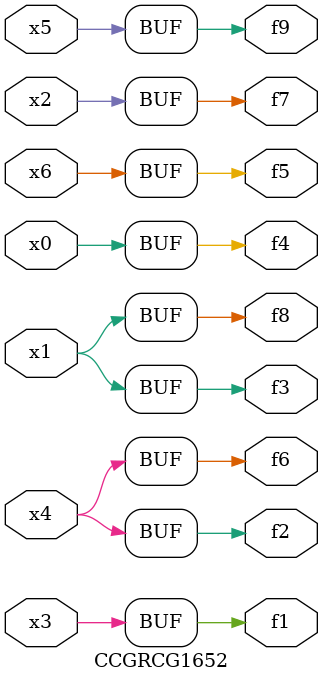
<source format=v>
module CCGRCG1652(
	input x0, x1, x2, x3, x4, x5, x6,
	output f1, f2, f3, f4, f5, f6, f7, f8, f9
);
	assign f1 = x3;
	assign f2 = x4;
	assign f3 = x1;
	assign f4 = x0;
	assign f5 = x6;
	assign f6 = x4;
	assign f7 = x2;
	assign f8 = x1;
	assign f9 = x5;
endmodule

</source>
